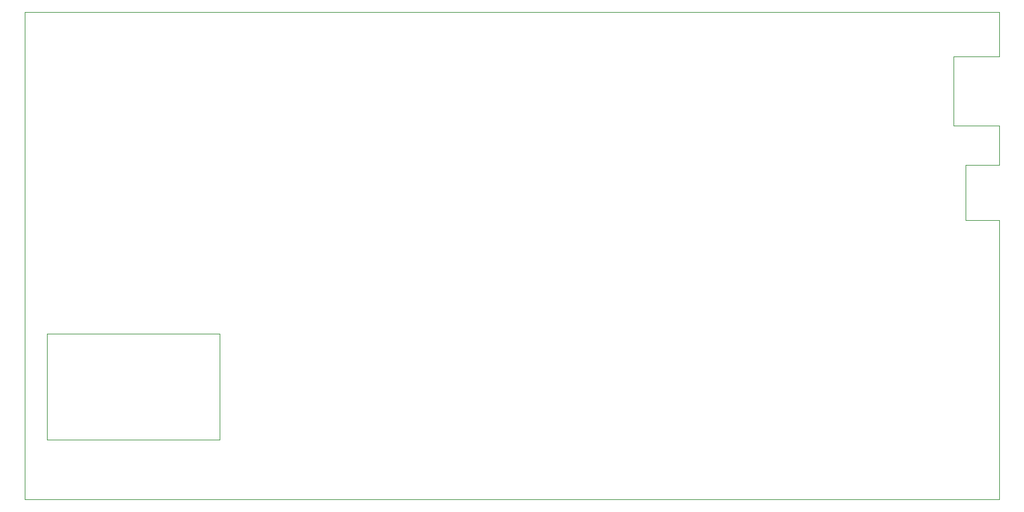
<source format=gko>
%TF.GenerationSoftware,KiCad,Pcbnew,6.0.10-86aedd382b~118~ubuntu22.04.1*%
%TF.CreationDate,2023-01-15T12:46:15+03:00*%
%TF.ProjectId,xray,78726179-2e6b-4696-9361-645f70636258,rev?*%
%TF.SameCoordinates,Original*%
%TF.FileFunction,Profile,NP*%
%FSLAX46Y46*%
G04 Gerber Fmt 4.6, Leading zero omitted, Abs format (unit mm)*
G04 Created by KiCad (PCBNEW 6.0.10-86aedd382b~118~ubuntu22.04.1) date 2023-01-15 12:46:15*
%MOMM*%
%LPD*%
G01*
G04 APERTURE LIST*
%TA.AperFunction,Profile*%
%ADD10C,0.100000*%
%TD*%
%TA.AperFunction,Profile*%
%ADD11C,0.120000*%
%TD*%
G04 APERTURE END LIST*
D10*
X185510000Y-93090000D02*
X185510000Y-91740000D01*
X185510000Y-75040000D02*
X55510000Y-75040000D01*
X58510000Y-117940000D02*
X81510000Y-117940000D01*
X81510000Y-117940000D02*
X81510000Y-132040000D01*
X81510000Y-132040000D02*
X58510000Y-132040000D01*
X58510000Y-132040000D02*
X58510000Y-117940000D01*
X55510000Y-75040000D02*
X55510000Y-140040000D01*
X185510000Y-75040000D02*
X185510000Y-79140000D01*
X185510000Y-140040000D02*
X185510000Y-104990000D01*
X55510000Y-140040000D02*
X185510000Y-140040000D01*
D11*
%TO.C,J1*%
X181010000Y-102740000D02*
X181010000Y-95390000D01*
X181010000Y-102740000D02*
X185510000Y-102740000D01*
X185510000Y-102740000D02*
X185510000Y-104990000D01*
X185510000Y-95390000D02*
X185510000Y-93090000D01*
X181010000Y-95390000D02*
X185510000Y-95390000D01*
%TO.C,J3*%
X179410000Y-80940000D02*
X179410000Y-90140000D01*
X185510000Y-90140000D02*
X185510000Y-91740000D01*
X179410000Y-90140000D02*
X185510000Y-90140000D01*
X185510000Y-80940000D02*
X179410000Y-80940000D01*
X185510000Y-79140000D02*
X185510000Y-80940000D01*
%TD*%
M02*

</source>
